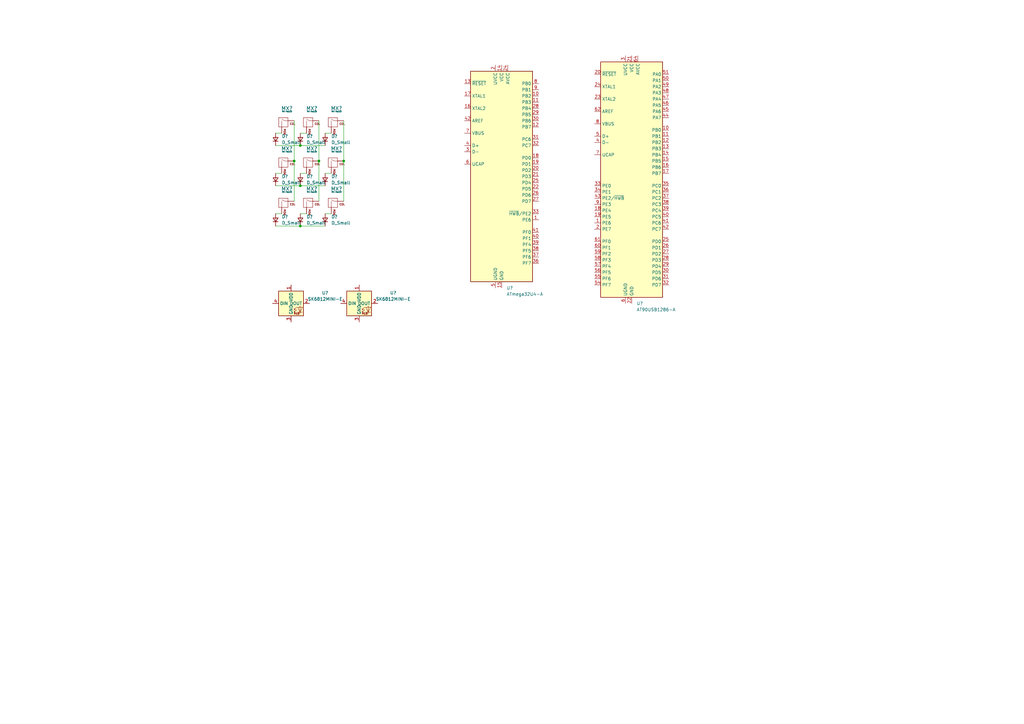
<source format=kicad_sch>
(kicad_sch (version 20211123) (generator eeschema)
  (paper "A3")
  (lib_symbols
    (symbol "Device:D_Small" (pin_numbers hide) (pin_names (offset 0.254) hide)
      (property "Reference" "D" (at -1.27 2.032 0))
      (property "Value" "D_Small" (at -3.81 -2.032 0))
      (symbol "D_Small_0_1"
        (polyline (pts (xy -0.762 -1.016) (xy -0.762 1.016)) (stroke (width 0.254)))
        (polyline (pts (xy -0.762 0) (xy 0.762 0)))
        (polyline (pts (xy 0.762 -1.016) (xy -0.762 0) (xy 0.762 1.016) (xy 0.762 -1.016)) (stroke (width 0.254)))
      )
      (symbol "D_Small_1_1"
        (pin passive line (at -2.54 0 0) (length 1.778) (name "K") (number "1"))
        (pin passive line (at 2.54 0 180) (length 1.778) (name "A") (number "2"))
      )
    )
    (symbol "MCU_Microchip_ATmega:ATmega32U4-A"
      (property "Reference" "U" (at -12.7 44.45 0))
      (property "Value" "ATmega32U4-A" (at 2.54 -44.45 0))
      (symbol "ATmega32U4-A_0_1"
        (rectangle (start -12.7 -43.18) (end 12.7 43.18) (stroke (width 0.254)) (fill (type background)))
      )
      (symbol "ATmega32U4-A_1_1"
        (pin bidirectional line (at 15.24 -17.78 180) (length 2.54) (name "PE6") (number "1"))
        (pin bidirectional line (at 15.24 33.02 180) (length 2.54) (name "PB2") (number "10"))
        (pin bidirectional line (at 15.24 30.48 180) (length 2.54) (name "PB3") (number "11"))
        (pin bidirectional line (at 15.24 20.32 180) (length 2.54) (name "PB7") (number "12"))
        (pin input line (at -15.24 38.1 0) (length 2.54) (name "~{RESET}") (number "13"))
        (pin power_in line (at 0 45.72 270) (length 2.54) (name "VCC") (number "14"))
        (pin power_in line (at 0 -45.72 90) (length 2.54) (name "GND") (number "15"))
        (pin output line (at -15.24 27.94 0) (length 2.54) (name "XTAL2") (number "16"))
        (pin input line (at -15.24 33.02 0) (length 2.54) (name "XTAL1") (number "17"))
        (pin bidirectional line (at 15.24 7.62 180) (length 2.54) (name "PD0") (number "18"))
        (pin bidirectional line (at 15.24 5.08 180) (length 2.54) (name "PD1") (number "19"))
        (pin power_in line (at -2.54 45.72 270) (length 2.54) (name "UVCC") (number "2"))
        (pin bidirectional line (at 15.24 2.54 180) (length 2.54) (name "PD2") (number "20"))
        (pin bidirectional line (at 15.24 0 180) (length 2.54) (name "PD3") (number "21"))
        (pin bidirectional line (at 15.24 -5.08 180) (length 2.54) (name "PD5") (number "22"))
        (pin passive line (at 0 -45.72 90) (length 2.54) hide (name "GND") (number "23"))
        (pin power_in line (at 2.54 45.72 270) (length 2.54) (name "AVCC") (number "24"))
        (pin bidirectional line (at 15.24 -2.54 180) (length 2.54) (name "PD4") (number "25"))
        (pin bidirectional line (at 15.24 -7.62 180) (length 2.54) (name "PD6") (number "26"))
        (pin bidirectional line (at 15.24 -10.16 180) (length 2.54) (name "PD7") (number "27"))
        (pin bidirectional line (at 15.24 27.94 180) (length 2.54) (name "PB4") (number "28"))
        (pin bidirectional line (at 15.24 25.4 180) (length 2.54) (name "PB5") (number "29"))
        (pin bidirectional line (at -15.24 10.16 0) (length 2.54) (name "D-") (number "3"))
        (pin bidirectional line (at 15.24 22.86 180) (length 2.54) (name "PB6") (number "30"))
        (pin bidirectional line (at 15.24 15.24 180) (length 2.54) (name "PC6") (number "31"))
        (pin bidirectional line (at 15.24 12.7 180) (length 2.54) (name "PC7") (number "32"))
        (pin bidirectional line (at 15.24 -15.24 180) (length 2.54) (name "~{HWB}/PE2") (number "33"))
        (pin passive line (at 0 45.72 270) (length 2.54) hide (name "VCC") (number "34"))
        (pin passive line (at 0 -45.72 90) (length 2.54) hide (name "GND") (number "35"))
        (pin bidirectional line (at 15.24 -35.56 180) (length 2.54) (name "PF7") (number "36"))
        (pin bidirectional line (at 15.24 -33.02 180) (length 2.54) (name "PF6") (number "37"))
        (pin bidirectional line (at 15.24 -30.48 180) (length 2.54) (name "PF5") (number "38"))
        (pin bidirectional line (at 15.24 -27.94 180) (length 2.54) (name "PF4") (number "39"))
        (pin bidirectional line (at -15.24 12.7 0) (length 2.54) (name "D+") (number "4"))
        (pin bidirectional line (at 15.24 -25.4 180) (length 2.54) (name "PF1") (number "40"))
        (pin bidirectional line (at 15.24 -22.86 180) (length 2.54) (name "PF0") (number "41"))
        (pin passive line (at -15.24 22.86 0) (length 2.54) (name "AREF") (number "42"))
        (pin passive line (at 0 -45.72 90) (length 2.54) hide (name "GND") (number "43"))
        (pin passive line (at 2.54 45.72 270) (length 2.54) hide (name "AVCC") (number "44"))
        (pin passive line (at -2.54 -45.72 90) (length 2.54) (name "UGND") (number "5"))
        (pin passive line (at -15.24 5.08 0) (length 2.54) (name "UCAP") (number "6"))
        (pin input line (at -15.24 17.78 0) (length 2.54) (name "VBUS") (number "7"))
        (pin bidirectional line (at 15.24 38.1 180) (length 2.54) (name "PB0") (number "8"))
        (pin bidirectional line (at 15.24 35.56 180) (length 2.54) (name "PB1") (number "9"))
      )
    )
    (symbol "MCU_Microchip_AVR:AT90USB1286-A"
      (property "Reference" "U" (at -12.7 49.53 0))
      (property "Value" "AT90USB1286-A" (at 2.54 -49.53 0))
      (symbol "AT90USB1286-A_0_1"
        (rectangle (start -12.7 -48.26) (end 12.7 48.26) (stroke (width 0.254)) (fill (type background)))
      )
      (symbol "AT90USB1286-A_1_1"
        (pin bidirectional line (at -15.24 -17.78 0) (length 2.54) (name "PE6") (number "1"))
        (pin bidirectional line (at 15.24 20.32 180) (length 2.54) (name "PB0") (number "10"))
        (pin bidirectional line (at 15.24 17.78 180) (length 2.54) (name "PB1") (number "11"))
        (pin bidirectional line (at 15.24 15.24 180) (length 2.54) (name "PB2") (number "12"))
        (pin bidirectional line (at 15.24 12.7 180) (length 2.54) (name "PB3") (number "13"))
        (pin bidirectional line (at 15.24 10.16 180) (length 2.54) (name "PB4") (number "14"))
        (pin bidirectional line (at 15.24 7.62 180) (length 2.54) (name "PB5") (number "15"))
        (pin bidirectional line (at 15.24 5.08 180) (length 2.54) (name "PB6") (number "16"))
        (pin bidirectional line (at 15.24 2.54 180) (length 2.54) (name "PB7") (number "17"))
        (pin bidirectional line (at -15.24 -12.7 0) (length 2.54) (name "PE4") (number "18"))
        (pin bidirectional line (at -15.24 -15.24 0) (length 2.54) (name "PE5") (number "19"))
        (pin bidirectional line (at -15.24 -20.32 0) (length 2.54) (name "PE7") (number "2"))
        (pin input line (at -15.24 43.18 0) (length 2.54) (name "~{RESET}") (number "20"))
        (pin power_in line (at 0 50.8 270) (length 2.54) (name "VCC") (number "21"))
        (pin power_in line (at 0 -50.8 90) (length 2.54) (name "GND") (number "22"))
        (pin output line (at -15.24 33.02 0) (length 2.54) (name "XTAL2") (number "23"))
        (pin input line (at -15.24 38.1 0) (length 2.54) (name "XTAL1") (number "24"))
        (pin bidirectional line (at 15.24 -25.4 180) (length 2.54) (name "PD0") (number "25"))
        (pin bidirectional line (at 15.24 -27.94 180) (length 2.54) (name "PD1") (number "26"))
        (pin bidirectional line (at 15.24 -30.48 180) (length 2.54) (name "PD2") (number "27"))
        (pin bidirectional line (at 15.24 -33.02 180) (length 2.54) (name "PD3") (number "28"))
        (pin bidirectional line (at 15.24 -35.56 180) (length 2.54) (name "PD4") (number "29"))
        (pin power_in line (at -2.54 50.8 270) (length 2.54) (name "UVCC") (number "3"))
        (pin bidirectional line (at 15.24 -38.1 180) (length 2.54) (name "PD5") (number "30"))
        (pin bidirectional line (at 15.24 -40.64 180) (length 2.54) (name "PD6") (number "31"))
        (pin bidirectional line (at 15.24 -43.18 180) (length 2.54) (name "PD7") (number "32"))
        (pin bidirectional line (at -15.24 -2.54 0) (length 2.54) (name "PE0") (number "33"))
        (pin bidirectional line (at -15.24 -5.08 0) (length 2.54) (name "PE1") (number "34"))
        (pin bidirectional line (at 15.24 -2.54 180) (length 2.54) (name "PC0") (number "35"))
        (pin bidirectional line (at 15.24 -5.08 180) (length 2.54) (name "PC1") (number "36"))
        (pin bidirectional line (at 15.24 -7.62 180) (length 2.54) (name "PC2") (number "37"))
        (pin bidirectional line (at 15.24 -10.16 180) (length 2.54) (name "PC3") (number "38"))
        (pin bidirectional line (at 15.24 -12.7 180) (length 2.54) (name "PC4") (number "39"))
        (pin bidirectional line (at -15.24 15.24 0) (length 2.54) (name "D-") (number "4"))
        (pin bidirectional line (at 15.24 -15.24 180) (length 2.54) (name "PC5") (number "40"))
        (pin bidirectional line (at 15.24 -17.78 180) (length 2.54) (name "PC6") (number "41"))
        (pin bidirectional line (at 15.24 -20.32 180) (length 2.54) (name "PC7") (number "42"))
        (pin bidirectional line (at -15.24 -7.62 0) (length 2.54) (name "PE2/~{HWB}") (number "43"))
        (pin bidirectional line (at 15.24 25.4 180) (length 2.54) (name "PA7") (number "44"))
        (pin bidirectional line (at 15.24 27.94 180) (length 2.54) (name "PA6") (number "45"))
        (pin bidirectional line (at 15.24 30.48 180) (length 2.54) (name "PA5") (number "46"))
        (pin bidirectional line (at 15.24 33.02 180) (length 2.54) (name "PA4") (number "47"))
        (pin bidirectional line (at 15.24 35.56 180) (length 2.54) (name "PA3") (number "48"))
        (pin bidirectional line (at 15.24 38.1 180) (length 2.54) (name "PA2") (number "49"))
        (pin bidirectional line (at -15.24 17.78 0) (length 2.54) (name "D+") (number "5"))
        (pin bidirectional line (at 15.24 40.64 180) (length 2.54) (name "PA1") (number "50"))
        (pin bidirectional line (at 15.24 43.18 180) (length 2.54) (name "PA0") (number "51"))
        (pin passive line (at 0 50.8 270) (length 2.54) hide (name "VCC") (number "52"))
        (pin passive line (at 0 -50.8 90) (length 2.54) hide (name "GND") (number "53"))
        (pin bidirectional line (at -15.24 -43.18 0) (length 2.54) (name "PF7") (number "54"))
        (pin bidirectional line (at -15.24 -40.64 0) (length 2.54) (name "PF6") (number "55"))
        (pin bidirectional line (at -15.24 -38.1 0) (length 2.54) (name "PF5") (number "56"))
        (pin bidirectional line (at -15.24 -35.56 0) (length 2.54) (name "PF4") (number "57"))
        (pin bidirectional line (at -15.24 -33.02 0) (length 2.54) (name "PF3") (number "58"))
        (pin bidirectional line (at -15.24 -30.48 0) (length 2.54) (name "PF2") (number "59"))
        (pin power_in line (at -2.54 -50.8 90) (length 2.54) (name "UGND") (number "6"))
        (pin bidirectional line (at -15.24 -27.94 0) (length 2.54) (name "PF1") (number "60"))
        (pin bidirectional line (at -15.24 -25.4 0) (length 2.54) (name "PF0") (number "61"))
        (pin passive line (at -15.24 27.94 0) (length 2.54) (name "AREF") (number "62"))
        (pin passive line (at 0 -50.8 90) (length 2.54) hide (name "GND") (number "63"))
        (pin power_in line (at 2.54 50.8 270) (length 2.54) (name "AVCC") (number "64"))
        (pin passive line (at -15.24 10.16 0) (length 2.54) (name "UCAP") (number "7"))
        (pin input line (at -15.24 22.86 0) (length 2.54) (name "VBUS") (number "8"))
        (pin bidirectional line (at -15.24 -10.16 0) (length 2.54) (name "PE3") (number "9"))
      )
    )
    (symbol "MX_Alps_Hybrid:MX-NoLED" (pin_names (offset 1.016))
      (property "Reference" "MX" (at -0.635 3.81 0))
      (property "Value" "MX-NoLED" (at -0.635 1.27 0))
      (symbol "MX-NoLED_0_0"
        (rectangle (start -2.54 2.54) (end 1.27 -1.27))
        (polyline (pts (xy -1.27 -1.27) (xy -1.27 1.27)) (stroke (width 0.127)))
        (polyline (pts (xy 1.27 1.27) (xy 0 1.27) (xy -1.27 1.905)) (stroke (width 0.127)))
        (text "COL" (at 3.175 0 0) (effects (font (size 0.762 0.762))))
        (text "ROW" (at 0 -1.905 900) (effects (font (size 0.762 0.762)) (justify right)))
      )
      (symbol "MX-NoLED_1_1"
        (pin passive line (at 3.81 1.27 180) (length 2.54) (name "COL") (number "1"))
        (pin passive line (at -1.27 -3.81 90) (length 2.54) (name "ROW") (number "2"))
      )
    )
    (symbol "randomSymbols:SK6812MINI-E"
      (property "Reference" "U" (at 7.62 6.35 0))
      (property "Value" "SK6812MINI-E" (at 12.7 3.81 0))
      (symbol "SK6812MINI-E_0_0"
        (text "RGB" (at 2.286 -4.191 0) (effects (font (size 0.762 0.762))))
      )
      (symbol "SK6812MINI-E_0_1"
        (polyline (pts (xy 1.27 -3.556) (xy 1.778 -3.556)))
        (polyline (pts (xy 1.27 -2.54) (xy 1.778 -2.54)))
        (polyline (pts (xy 4.699 -3.556) (xy 2.667 -3.556)))
        (polyline (pts (xy 2.286 -2.54) (xy 1.27 -3.556) (xy 1.27 -3.048)))
        (polyline (pts (xy 2.286 -1.524) (xy 1.27 -2.54) (xy 1.27 -2.032)))
        (polyline (pts (xy 3.683 -1.016) (xy 3.683 -3.556) (xy 3.683 -4.064)))
        (polyline (pts (xy 4.699 -1.524) (xy 2.667 -1.524) (xy 3.683 -3.556) (xy 4.699 -1.524)))
        (rectangle (start 5.08 5.08) (end -5.08 -5.08) (stroke (width 0.254)) (fill (type background)))
      )
      (symbol "SK6812MINI-E_1_1"
        (pin power_in line (at 0 7.62 270) (length 2.54) (name "VDD") (number "1"))
        (pin output line (at 7.62 0 180) (length 2.54) (name "DOUT") (number "2"))
        (pin power_in line (at 0 -7.62 90) (length 2.54) (name "GND") (number "3"))
        (pin input line (at -7.62 0 0) (length 2.54) (name "DIN") (number "4"))
      )
    )
  )
  (junction (at 130.81 66.04))
  (junction (at 123.19 59.69))
  (junction (at 123.19 76.2))
  (junction (at 120.65 66.04))
  (junction (at 140.97 66.04))
  (junction (at 123.19 92.71))
  (wire (pts (xy 123.19 54.61) (xy 125.73 54.61)))
  (wire (pts (xy 123.19 76.2) (xy 133.35 76.2)))
  (wire (pts (xy 113.03 92.71) (xy 123.19 92.71)))
  (wire (pts (xy 130.81 66.04) (xy 130.81 82.55)))
  (wire (pts (xy 140.97 49.53) (xy 140.97 66.04)))
  (wire (pts (xy 123.19 71.12) (xy 125.73 71.12)))
  (wire (pts (xy 123.19 92.71) (xy 133.35 92.71)))
  (wire (pts (xy 133.35 71.12) (xy 135.89 71.12)))
  (wire (pts (xy 113.03 54.61) (xy 115.57 54.61)))
  (wire (pts (xy 133.35 54.61) (xy 135.89 54.61)))
  (wire (pts (xy 113.03 76.2) (xy 123.19 76.2)))
  (wire (pts (xy 113.03 71.12) (xy 115.57 71.12)))
  (wire (pts (xy 120.65 66.04) (xy 120.65 82.55)))
  (wire (pts (xy 123.19 87.63) (xy 125.73 87.63)))
  (wire (pts (xy 113.03 59.69) (xy 123.19 59.69)))
  (wire (pts (xy 130.81 49.53) (xy 130.81 66.04)))
  (wire (pts (xy 133.35 87.63) (xy 135.89 87.63)))
  (wire (pts (xy 120.65 49.53) (xy 120.65 66.04)))
  (wire (pts (xy 140.97 66.04) (xy 140.97 82.55)))
  (wire (pts (xy 123.19 59.69) (xy 133.35 59.69)))
  (wire (pts (xy 113.03 87.63) (xy 115.57 87.63)))
  (symbol (lib_id "MX_Alps_Hybrid:MX-NoLED") (at 127 83.82 0) (unit 1)
    (property "Reference" "MX?" (at 127.8856 77.47 0) (effects (font (size 1.524 1.524))))
    (property "Value" "MX-NoLED" (at 127.8856 78.74 0) (effects (font (size 0.508 0.508))))
  )
  (symbol (lib_id "Device:D_Small") (at 133.35 73.66 90) (unit 1)
    (property "Reference" "D?" (at 135.89 72.3899 90) (effects (justify right)))
    (property "Value" "D_Small" (at 135.89 74.9299 90) (effects (justify right)))
  )
  (symbol (lib_id "Device:D_Small") (at 123.19 57.15 90) (unit 1)
    (property "Reference" "D?" (at 125.73 55.8799 90) (effects (justify right)))
    (property "Value" "D_Small" (at 125.73 58.4199 90) (effects (justify right)))
  )
  (symbol (lib_id "randomSymbols:SK6812MINI-E") (at 147.32 124.46 0) (unit 1)
    (property "Reference" "U?" (at 161.29 120.1293 0))
    (property "Value" "SK6812MINI-E" (at 161.29 122.6693 0))
  )
  (symbol (lib_id "Device:D_Small") (at 113.03 57.15 90) (unit 1)
    (property "Reference" "D?" (at 115.57 55.8799 90) (effects (justify right)))
    (property "Value" "D_Small" (at 115.57 58.4199 90) (effects (justify right)))
  )
  (symbol (lib_id "Device:D_Small") (at 123.19 73.66 90) (unit 1)
    (property "Reference" "D?" (at 125.73 72.3899 90) (effects (justify right)))
    (property "Value" "D_Small" (at 125.73 74.9299 90) (effects (justify right)))
  )
  (symbol (lib_id "Device:D_Small") (at 113.03 73.66 90) (unit 1)
    (property "Reference" "D?" (at 115.57 72.3899 90) (effects (justify right)))
    (property "Value" "D_Small" (at 115.57 74.9299 90) (effects (justify right)))
  )
  (symbol (lib_id "Device:D_Small") (at 113.03 90.17 90) (unit 1)
    (property "Reference" "D?" (at 115.57 88.8999 90) (effects (justify right)))
    (property "Value" "D_Small" (at 115.57 91.4399 90) (effects (justify right)))
  )
  (symbol (lib_id "MX_Alps_Hybrid:MX-NoLED") (at 137.16 67.31 0) (unit 1)
    (property "Reference" "MX?" (at 138.0456 60.96 0) (effects (font (size 1.524 1.524))))
    (property "Value" "MX-NoLED" (at 138.0456 62.23 0) (effects (font (size 0.508 0.508))))
  )
  (symbol (lib_id "randomSymbols:SK6812MINI-E") (at 119.38 124.46 0) (unit 1)
    (property "Reference" "U?" (at 133.35 120.1293 0))
    (property "Value" "SK6812MINI-E" (at 133.35 122.6693 0))
  )
  (symbol (lib_id "MX_Alps_Hybrid:MX-NoLED") (at 137.16 50.8 0) (unit 1)
    (property "Reference" "MX?" (at 138.0456 44.45 0) (effects (font (size 1.524 1.524))))
    (property "Value" "MX-NoLED" (at 138.0456 45.72 0) (effects (font (size 0.508 0.508))))
  )
  (symbol (lib_id "MX_Alps_Hybrid:MX-NoLED") (at 127 50.8 0) (unit 1)
    (property "Reference" "MX?" (at 127.8856 44.45 0) (effects (font (size 1.524 1.524))))
    (property "Value" "MX-NoLED" (at 127.8856 45.72 0) (effects (font (size 0.508 0.508))))
  )
  (symbol (lib_id "Device:D_Small") (at 133.35 57.15 90) (unit 1)
    (property "Reference" "D?" (at 135.89 55.8799 90) (effects (justify right)))
    (property "Value" "D_Small" (at 135.89 58.4199 90) (effects (justify right)))
  )
  (symbol (lib_id "MX_Alps_Hybrid:MX-NoLED") (at 116.84 83.82 0) (unit 1)
    (property "Reference" "MX?" (at 117.7256 77.47 0) (effects (font (size 1.524 1.524))))
    (property "Value" "MX-NoLED" (at 117.7256 78.74 0) (effects (font (size 0.508 0.508))))
  )
  (symbol (lib_id "MCU_Microchip_AVR:AT90USB1286-A") (at 259.08 73.66 0) (unit 1)
    (property "Reference" "U?" (at 261.0994 124.46 0) (effects (justify left)))
    (property "Value" "AT90USB1286-A" (at 261.0994 127 0) (effects (justify left)))
    (property "Footprint" "Package_QFP:TQFP-64_14x14mm_P0.8mm" (effects hide))
    (property "Datasheet" "http://ww1.microchip.com/downloads/en/DeviceDoc/doc7593.pdf" (effects hide))
  )
  (symbol (lib_id "MX_Alps_Hybrid:MX-NoLED") (at 116.84 50.8 0) (unit 1)
    (property "Reference" "MX?" (at 117.7256 44.45 0) (effects (font (size 1.524 1.524))))
    (property "Value" "MX-NoLED" (at 117.7256 45.72 0) (effects (font (size 0.508 0.508))))
  )
  (symbol (lib_id "Device:D_Small") (at 133.35 90.17 90) (unit 1)
    (property "Reference" "D?" (at 135.89 88.8999 90) (effects (justify right)))
    (property "Value" "D_Small" (at 135.89 91.4399 90) (effects (justify right)))
  )
  (symbol (lib_id "Device:D_Small") (at 123.19 90.17 90) (unit 1)
    (property "Reference" "D?" (at 125.73 88.8999 90) (effects (justify right)))
    (property "Value" "D_Small" (at 125.73 91.4399 90) (effects (justify right)))
  )
  (symbol (lib_id "MX_Alps_Hybrid:MX-NoLED") (at 116.84 67.31 0) (unit 1)
    (property "Reference" "MX?" (at 117.7256 60.96 0) (effects (font (size 1.524 1.524))))
    (property "Value" "MX-NoLED" (at 117.7256 62.23 0) (effects (font (size 0.508 0.508))))
  )
  (symbol (lib_id "MCU_Microchip_ATmega:ATmega32U4-A") (at 205.74 72.39 0) (unit 1)
    (property "Reference" "U?" (at 207.7594 118.11 0) (effects (justify left)))
    (property "Value" "ATmega32U4-A" (at 207.7594 120.65 0) (effects (justify left)))
    (property "Footprint" "Package_QFP:TQFP-44_10x10mm_P0.8mm" (effects hide))
    (property "Datasheet" "http://ww1.microchip.com/downloads/en/DeviceDoc/Atmel-7766-8-bit-AVR-ATmega16U4-32U4_Datasheet.pdf" (effects hide))
  )
  (symbol (lib_id "MX_Alps_Hybrid:MX-NoLED") (at 137.16 83.82 0) (unit 1)
    (property "Reference" "MX?" (at 138.0456 77.47 0) (effects (font (size 1.524 1.524))))
    (property "Value" "MX-NoLED" (at 138.0456 78.74 0) (effects (font (size 0.508 0.508))))
  )
  (symbol (lib_id "MX_Alps_Hybrid:MX-NoLED") (at 127 67.31 0) (unit 1)
    (property "Reference" "MX?" (at 127.8856 60.96 0) (effects (font (size 1.524 1.524))))
    (property "Value" "MX-NoLED" (at 127.8856 62.23 0) (effects (font (size 0.508 0.508))))
  )
)
</source>
